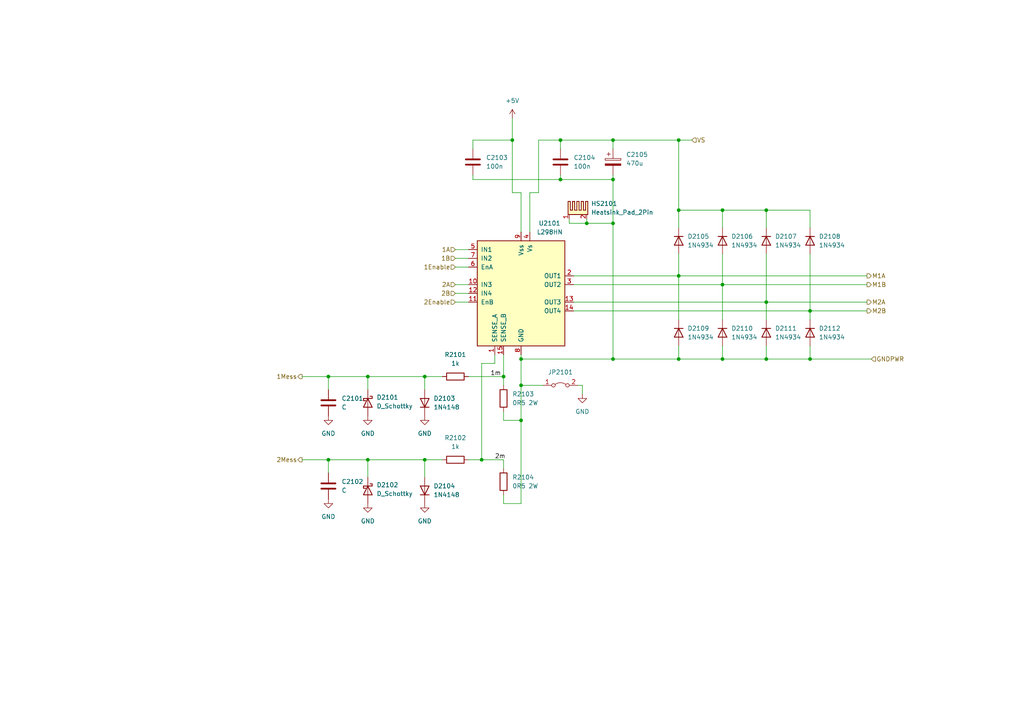
<source format=kicad_sch>
(kicad_sch (version 20211123) (generator eeschema)
  (paper "A4")
  (title_block (date "2022-03-14") (company "makerspace Bocholt"))
  (lib_symbols
    (symbol "Device:C" (pin_numbers hide) (pin_names (offset 0.254))
      (property "Reference" "C" (at 0.635 2.54 0))
      (property "Value" "C" (at 0.635 -2.54 0))
      (symbol "C_0_1"
        (polyline (pts (xy -2.032 -0.762) (xy 2.032 -0.762)) (stroke (width 0.508)))
        (polyline (pts (xy -2.032 0.762) (xy 2.032 0.762)) (stroke (width 0.508)))
      )
      (symbol "C_1_1"
        (pin passive line (at 0 3.81 270) (length 2.794) (name "~") (number "1"))
        (pin passive line (at 0 -3.81 90) (length 2.794) (name "~") (number "2"))
      )
    )
    (symbol "Device:C_Polarized" (pin_numbers hide) (pin_names (offset 0.254))
      (property "Reference" "C" (at 0.635 2.54 0))
      (property "Value" "C_Polarized" (at 0.635 -2.54 0))
      (symbol "C_Polarized_0_1"
        (rectangle (start -2.286 0.508) (end 2.286 1.016))
        (polyline (pts (xy -1.778 2.286) (xy -0.762 2.286)))
        (polyline (pts (xy -1.27 2.794) (xy -1.27 1.778)))
        (rectangle (start 2.286 -0.508) (end -2.286 -1.016) (fill (type outline)))
      )
      (symbol "C_Polarized_1_1"
        (pin passive line (at 0 3.81 270) (length 2.794) (name "~") (number "1"))
        (pin passive line (at 0 -3.81 90) (length 2.794) (name "~") (number "2"))
      )
    )
    (symbol "Device:D_Schottky" (pin_numbers hide) (pin_names (offset 1.016) hide)
      (property "Reference" "D" (at 0 2.54 0))
      (property "Value" "D_Schottky" (at 0 -2.54 0))
      (symbol "D_Schottky_0_1"
        (polyline (pts (xy 1.27 0) (xy -1.27 0)))
        (polyline (pts (xy 1.27 1.27) (xy 1.27 -1.27) (xy -1.27 0) (xy 1.27 1.27)) (stroke (width 0.254)))
        (polyline (pts (xy -1.905 0.635) (xy -1.905 1.27) (xy -1.27 1.27) (xy -1.27 -1.27) (xy -0.635 -1.27) (xy -0.635 -0.635)) (stroke (width 0.254)))
      )
      (symbol "D_Schottky_1_1"
        (pin passive line (at -3.81 0 0) (length 2.54) (name "K") (number "1"))
        (pin passive line (at 3.81 0 180) (length 2.54) (name "A") (number "2"))
      )
    )
    (symbol "Device:R" (pin_numbers hide) (pin_names (offset 0))
      (property "Reference" "R" (at 2.032 0 90))
      (property "Value" "R" (at 0 0 90))
      (symbol "R_0_1"
        (rectangle (start -1.016 -2.54) (end 1.016 2.54) (stroke (width 0.254)))
      )
      (symbol "R_1_1"
        (pin passive line (at 0 3.81 270) (length 1.27) (name "~") (number "1"))
        (pin passive line (at 0 -3.81 90) (length 1.27) (name "~") (number "2"))
      )
    )
    (symbol "Diode:1N4002" (pin_numbers hide) (pin_names (offset 1.016) hide)
      (property "Reference" "D" (at 0 2.54 0))
      (property "Value" "1N4002" (at 0 -2.54 0))
      (symbol "1N4002_0_1"
        (polyline (pts (xy -1.27 1.27) (xy -1.27 -1.27)) (stroke (width 0.254)))
        (polyline (pts (xy 1.27 0) (xy -1.27 0)))
        (polyline (pts (xy 1.27 1.27) (xy 1.27 -1.27) (xy -1.27 0) (xy 1.27 1.27)) (stroke (width 0.254)))
      )
      (symbol "1N4002_1_1"
        (pin passive line (at -3.81 0 0) (length 2.54) (name "K") (number "1"))
        (pin passive line (at 3.81 0 180) (length 2.54) (name "A") (number "2"))
      )
    )
    (symbol "Diode:1N4148" (pin_numbers hide) (pin_names (offset 1.016) hide)
      (property "Reference" "D" (at 0 2.54 0))
      (property "Value" "1N4148" (at 0 -2.54 0))
      (symbol "1N4148_0_1"
        (polyline (pts (xy -1.27 1.27) (xy -1.27 -1.27)) (stroke (width 0.254)))
        (polyline (pts (xy 1.27 0) (xy -1.27 0)))
        (polyline (pts (xy 1.27 1.27) (xy 1.27 -1.27) (xy -1.27 0) (xy 1.27 1.27)) (stroke (width 0.254)))
      )
      (symbol "1N4148_1_1"
        (pin passive line (at -3.81 0 0) (length 2.54) (name "K") (number "1"))
        (pin passive line (at 3.81 0 180) (length 2.54) (name "A") (number "2"))
      )
    )
    (symbol "Driver_Motor:L298HN" (pin_names (offset 1.016))
      (property "Reference" "U" (at -10.16 16.51 0))
      (property "Value" "L298HN" (at 12.7 16.51 0))
      (symbol "L298HN_0_1"
        (rectangle (start -12.7 15.24) (end 12.7 -15.24) (stroke (width 0.254)) (fill (type background)))
      )
      (symbol "L298HN_1_1"
        (pin power_in line (at -7.62 -17.78 90) (length 2.54) (name "SENSE_A") (number "1"))
        (pin input line (at -15.24 2.54 0) (length 2.54) (name "IN3") (number "10"))
        (pin input line (at -15.24 -2.54 0) (length 2.54) (name "EnB") (number "11"))
        (pin input line (at -15.24 0 0) (length 2.54) (name "IN4") (number "12"))
        (pin output line (at 15.24 -2.54 180) (length 2.54) (name "OUT3") (number "13"))
        (pin output line (at 15.24 -5.08 180) (length 2.54) (name "OUT4") (number "14"))
        (pin power_in line (at -5.08 -17.78 90) (length 2.54) (name "SENSE_B") (number "15"))
        (pin output line (at 15.24 5.08 180) (length 2.54) (name "OUT1") (number "2"))
        (pin output line (at 15.24 2.54 180) (length 2.54) (name "OUT2") (number "3"))
        (pin power_in line (at 2.54 17.78 270) (length 2.54) (name "Vs") (number "4"))
        (pin input line (at -15.24 12.7 0) (length 2.54) (name "IN1") (number "5"))
        (pin input line (at -15.24 7.62 0) (length 2.54) (name "EnA") (number "6"))
        (pin input line (at -15.24 10.16 0) (length 2.54) (name "IN2") (number "7"))
        (pin power_in line (at 0 -17.78 90) (length 2.54) (name "GND") (number "8"))
        (pin power_in line (at 0 17.78 270) (length 2.54) (name "Vss") (number "9"))
      )
    )
    (symbol "Jumper:Jumper_2_Bridged" (pin_names (offset 0) hide)
      (property "Reference" "JP" (at 0 1.905 0))
      (property "Value" "Jumper_2_Bridged" (at 0 -2.54 0))
      (symbol "Jumper_2_Bridged_0_0"
        (circle (center -2.032 0) (radius 0.508))
        (circle (center 2.032 0) (radius 0.508))
      )
      (symbol "Jumper_2_Bridged_0_1"
        (arc (start 1.524 0.254) (mid 0 0.762) (end -1.524 0.254))
      )
      (symbol "Jumper_2_Bridged_1_1"
        (pin passive line (at -5.08 0 0) (length 2.54) (name "A") (number "1"))
        (pin passive line (at 5.08 0 180) (length 2.54) (name "B") (number "2"))
      )
    )
    (symbol "Mechanical:Heatsink_Pad_2Pin" (pin_names (offset 0))
      (property "Reference" "HS" (at 0 5.715 0))
      (property "Value" "Heatsink_Pad_2Pin" (at 0 3.81 0))
      (symbol "Heatsink_Pad_2Pin_0_1"
        (polyline (pts (xy -0.3302 0) (xy -0.9652 0) (xy -0.9652 2.54) (xy -1.6002 2.54) (xy -1.6002 0) (xy -2.2352 0) (xy -2.2352 2.54) (xy -2.8702 2.54) (xy -2.8702 -1.27) (xy -0.9652 -1.27)) (stroke (width 0.254)) (fill (type background)))
        (polyline (pts (xy -0.3302 0) (xy -0.3302 2.54) (xy 0.3048 2.54) (xy 0.3048 0) (xy 0.9398 0) (xy 0.9398 2.54) (xy 1.5748 2.54) (xy 1.5748 0) (xy 2.2098 0) (xy 2.2098 2.54) (xy 2.8448 2.54) (xy 2.8448 -1.27) (xy -0.9652 -1.27)) (stroke (width 0.254)) (fill (type background)))
      )
      (symbol "Heatsink_Pad_2Pin_1_1"
        (pin passive line (at -2.54 -2.54 90) (length 1.27) (name "~") (number "1"))
        (pin passive line (at 2.54 -2.54 90) (length 1.27) (name "~") (number "2"))
      )
    )
    (symbol "power:+5V" (power) (pin_names (offset 0))
      (property "Value" "+5V" (at 0 3.556 0))
      (symbol "+5V_0_1"
        (polyline (pts (xy -0.762 1.27) (xy 0 2.54)))
        (polyline (pts (xy 0 0) (xy 0 2.54)))
        (polyline (pts (xy 0 2.54) (xy 0.762 1.27)))
      )
      (symbol "+5V_1_1"
        (pin power_in line (at 0 0 90) (length 0) hide (name "+5V") (number "1"))
      )
    )
    (symbol "power:GND" (power) (pin_names (offset 0))
      (property "Value" "GND" (at 0 -3.81 0))
      (symbol "GND_0_1"
        (polyline (pts (xy 0 0) (xy 0 -1.27) (xy 1.27 -1.27) (xy 0 -2.54) (xy -1.27 -1.27) (xy 0 -1.27)))
      )
      (symbol "GND_1_1"
        (pin power_in line (at 0 0 270) (length 0) hide (name "GND") (number "1"))
      )
    )
  )
  (junction (at 177.8 64.77))
  (junction (at 170.18 64.77))
  (junction (at 177.8 104.14))
  (junction (at 196.85 40.64))
  (junction (at 209.55 104.14))
  (junction (at 177.8 52.07))
  (junction (at 209.55 60.96))
  (junction (at 234.95 104.14))
  (junction (at 95.25 133.35))
  (junction (at 106.68 133.35))
  (junction (at 95.25 109.22))
  (junction (at 196.85 60.96))
  (junction (at 139.7 133.35))
  (junction (at 222.25 60.96))
  (junction (at 123.19 133.35))
  (junction (at 162.56 40.64))
  (junction (at 177.8 40.64))
  (junction (at 106.68 109.22))
  (junction (at 151.13 111.76))
  (junction (at 151.13 121.92))
  (junction (at 162.56 52.07))
  (junction (at 209.55 82.55))
  (junction (at 222.25 87.63))
  (junction (at 234.95 90.17))
  (junction (at 196.85 80.01))
  (junction (at 148.59 40.64))
  (junction (at 222.25 104.14))
  (junction (at 196.85 104.14))
  (junction (at 146.05 109.22))
  (junction (at 123.19 109.22))
  (junction (at 151.13 104.14))
  (wire (pts (xy 156.21 40.64) (xy 162.56 40.64)))
  (wire (pts (xy 106.68 133.35) (xy 106.68 138.43)))
  (wire (pts (xy 123.19 109.22) (xy 123.19 113.03)))
  (wire (pts (xy 222.25 100.33) (xy 222.25 104.14)))
  (wire (pts (xy 234.95 92.71) (xy 234.95 90.17)))
  (wire (pts (xy 177.8 43.18) (xy 177.8 40.64)))
  (wire (pts (xy 132.08 87.63) (xy 135.89 87.63)))
  (wire (pts (xy 151.13 104.14) (xy 177.8 104.14)))
  (wire (pts (xy 123.19 133.35) (xy 123.19 138.43)))
  (wire (pts (xy 170.18 63.5) (xy 170.18 64.77)))
  (wire (pts (xy 209.55 100.33) (xy 209.55 104.14)))
  (wire (pts (xy 222.25 73.66) (xy 222.25 87.63)))
  (wire (pts (xy 132.08 72.39) (xy 135.89 72.39)))
  (wire (pts (xy 139.7 133.35) (xy 146.05 133.35)))
  (wire (pts (xy 146.05 121.92) (xy 151.13 121.92)))
  (wire (pts (xy 209.55 104.14) (xy 222.25 104.14)))
  (wire (pts (xy 234.95 66.04) (xy 234.95 60.96)))
  (wire (pts (xy 166.37 82.55) (xy 209.55 82.55)))
  (wire (pts (xy 146.05 135.89) (xy 146.05 133.35)))
  (wire (pts (xy 166.37 87.63) (xy 222.25 87.63)))
  (wire (pts (xy 156.21 55.88) (xy 156.21 40.64)))
  (wire (pts (xy 146.05 109.22) (xy 146.05 111.76)))
  (wire (pts (xy 146.05 102.87) (xy 146.05 109.22)))
  (wire (pts (xy 222.25 87.63) (xy 251.46 87.63)))
  (wire (pts (xy 151.13 104.14) (xy 151.13 111.76)))
  (wire (pts (xy 137.16 52.07) (xy 137.16 50.8)))
  (wire (pts (xy 162.56 52.07) (xy 177.8 52.07)))
  (wire (pts (xy 165.1 63.5) (xy 165.1 64.77)))
  (wire (pts (xy 234.95 90.17) (xy 234.95 73.66)))
  (wire (pts (xy 151.13 102.87) (xy 151.13 104.14)))
  (wire (pts (xy 132.08 77.47) (xy 135.89 77.47)))
  (wire (pts (xy 123.19 133.35) (xy 106.68 133.35)))
  (wire (pts (xy 132.08 74.93) (xy 135.89 74.93)))
  (wire (pts (xy 222.25 60.96) (xy 222.25 66.04)))
  (wire (pts (xy 87.63 133.35) (xy 95.25 133.35)))
  (wire (pts (xy 196.85 104.14) (xy 209.55 104.14)))
  (wire (pts (xy 209.55 82.55) (xy 251.46 82.55)))
  (wire (pts (xy 135.89 109.22) (xy 146.05 109.22)))
  (wire (pts (xy 166.37 80.01) (xy 196.85 80.01)))
  (wire (pts (xy 234.95 104.14) (xy 234.95 100.33)))
  (wire (pts (xy 151.13 146.05) (xy 146.05 146.05)))
  (wire (pts (xy 95.25 109.22) (xy 106.68 109.22)))
  (wire (pts (xy 139.7 105.41) (xy 143.51 105.41)))
  (wire (pts (xy 148.59 34.29) (xy 148.59 40.64)))
  (wire (pts (xy 162.56 40.64) (xy 162.56 43.18)))
  (wire (pts (xy 166.37 90.17) (xy 234.95 90.17)))
  (wire (pts (xy 151.13 55.88) (xy 151.13 67.31)))
  (wire (pts (xy 196.85 60.96) (xy 209.55 60.96)))
  (wire (pts (xy 170.18 64.77) (xy 177.8 64.77)))
  (wire (pts (xy 222.25 104.14) (xy 234.95 104.14)))
  (wire (pts (xy 95.25 109.22) (xy 95.25 113.03)))
  (wire (pts (xy 222.25 60.96) (xy 234.95 60.96)))
  (wire (pts (xy 132.08 85.09) (xy 135.89 85.09)))
  (wire (pts (xy 196.85 73.66) (xy 196.85 80.01)))
  (wire (pts (xy 209.55 60.96) (xy 222.25 60.96)))
  (wire (pts (xy 153.67 55.88) (xy 156.21 55.88)))
  (wire (pts (xy 222.25 87.63) (xy 222.25 92.71)))
  (wire (pts (xy 139.7 105.41) (xy 139.7 133.35)))
  (wire (pts (xy 209.55 60.96) (xy 209.55 66.04)))
  (wire (pts (xy 148.59 55.88) (xy 151.13 55.88)))
  (wire (pts (xy 146.05 119.38) (xy 146.05 121.92)))
  (wire (pts (xy 196.85 80.01) (xy 251.46 80.01)))
  (wire (pts (xy 132.08 82.55) (xy 135.89 82.55)))
  (wire (pts (xy 196.85 40.64) (xy 200.66 40.64)))
  (wire (pts (xy 168.91 114.3) (xy 168.91 111.76)))
  (wire (pts (xy 177.8 50.8) (xy 177.8 52.07)))
  (wire (pts (xy 153.67 67.31) (xy 153.67 55.88)))
  (wire (pts (xy 162.56 40.64) (xy 177.8 40.64)))
  (wire (pts (xy 128.27 133.35) (xy 123.19 133.35)))
  (wire (pts (xy 162.56 52.07) (xy 137.16 52.07)))
  (wire (pts (xy 196.85 100.33) (xy 196.85 104.14)))
  (wire (pts (xy 168.91 111.76) (xy 167.64 111.76)))
  (wire (pts (xy 151.13 121.92) (xy 151.13 146.05)))
  (wire (pts (xy 123.19 109.22) (xy 128.27 109.22)))
  (wire (pts (xy 151.13 111.76) (xy 151.13 121.92)))
  (wire (pts (xy 234.95 90.17) (xy 251.46 90.17)))
  (wire (pts (xy 165.1 64.77) (xy 170.18 64.77)))
  (wire (pts (xy 209.55 82.55) (xy 209.55 92.71)))
  (wire (pts (xy 177.8 64.77) (xy 177.8 104.14)))
  (wire (pts (xy 177.8 52.07) (xy 177.8 64.77)))
  (wire (pts (xy 196.85 40.64) (xy 196.85 60.96)))
  (wire (pts (xy 137.16 40.64) (xy 148.59 40.64)))
  (wire (pts (xy 177.8 40.64) (xy 196.85 40.64)))
  (wire (pts (xy 151.13 111.76) (xy 157.48 111.76)))
  (wire (pts (xy 95.25 133.35) (xy 106.68 133.35)))
  (wire (pts (xy 162.56 50.8) (xy 162.56 52.07)))
  (wire (pts (xy 148.59 40.64) (xy 148.59 55.88)))
  (wire (pts (xy 209.55 73.66) (xy 209.55 82.55)))
  (wire (pts (xy 95.25 133.35) (xy 95.25 137.16)))
  (wire (pts (xy 196.85 60.96) (xy 196.85 66.04)))
  (wire (pts (xy 146.05 146.05) (xy 146.05 143.51)))
  (wire (pts (xy 135.89 133.35) (xy 139.7 133.35)))
  (wire (pts (xy 87.63 109.22) (xy 95.25 109.22)))
  (wire (pts (xy 196.85 80.01) (xy 196.85 92.71)))
  (wire (pts (xy 234.95 104.14) (xy 252.73 104.14)))
  (wire (pts (xy 137.16 43.18) (xy 137.16 40.64)))
  (wire (pts (xy 177.8 104.14) (xy 196.85 104.14)))
  (wire (pts (xy 106.68 113.03) (xy 106.68 109.22)))
  (wire (pts (xy 143.51 105.41) (xy 143.51 102.87)))
  (wire (pts (xy 106.68 109.22) (xy 123.19 109.22)))
  (label "2m" (at 143.51 133.35 0))
  (label "1m" (at 142.24 109.22 0))
  (hierarchical_label "M1A" (shape output) (at 251.46 80.01 0))
  (hierarchical_label "2A" (shape input) (at 132.08 82.55 180))
  (hierarchical_label "1Enable" (shape input) (at 132.08 77.47 180))
  (hierarchical_label "2Mess" (shape output) (at 87.63 133.35 180))
  (hierarchical_label "1B" (shape input) (at 132.08 74.93 180))
  (hierarchical_label "1Mess" (shape output) (at 87.63 109.22 180))
  (hierarchical_label "M1B" (shape output) (at 251.46 82.55 0))
  (hierarchical_label "VS" (shape input) (at 200.66 40.64 0))
  (hierarchical_label "2Enable" (shape input) (at 132.08 87.63 180))
  (hierarchical_label "M2A" (shape output) (at 251.46 87.63 0))
  (hierarchical_label "1A" (shape input) (at 132.08 72.39 180))
  (hierarchical_label "M2B" (shape output) (at 251.46 90.17 0))
  (hierarchical_label "GNDPWR" (shape input) (at 252.73 104.14 0))
  (hierarchical_label "2B" (shape input) (at 132.08 85.09 180))
  (symbol (lib_id "Diode:1N4002") (at 222.25 96.52 270) (unit 1)
    (property "Reference" "D2111" (at 224.79 95.2499 90) (effects (justify left)))
    (property "Value" "1N4934" (at 224.79 97.7899 90) (effects (justify left)))
    (property "Footprint" "Diode_THT:D_DO-41_SOD81_P10.16mm_Horizontal" (effects hide))
    (property "Datasheet" "http://www.vishay.com/docs/88503/1n4001.pdf" (effects hide))
  )
  (symbol (lib_id "Jumper:Jumper_2_Bridged") (at 162.56 111.76 0) (unit 1)
    (property "Reference" "JP2101" (at 162.56 107.95 0))
    (property "Value" "Jumper_2_Bridged" (effects hide))
    (property "Footprint" "Jumper:SolderJumper-2_P1.3mm_Bridged2Bar_Pad1.0x1.5mm" (effects hide))
  )
  (symbol (lib_id "Diode:1N4002") (at 222.25 69.85 270) (unit 1)
    (property "Reference" "D2107" (at 224.79 68.5799 90) (effects (justify left)))
    (property "Value" "1N4934" (at 224.79 71.1199 90) (effects (justify left)))
    (property "Footprint" "Diode_THT:D_DO-41_SOD81_P12.70mm_Horizontal" (effects hide))
    (property "Datasheet" "http://www.vishay.com/docs/88503/1n4001.pdf" (effects hide))
  )
  (symbol (lib_id "Device:R") (at 132.08 109.22 90) (unit 1)
    (property "Reference" "R2101" (at 132.08 102.87 90))
    (property "Value" "1k" (at 132.08 105.41 90))
  )
  (symbol (lib_id "Device:C") (at 162.56 46.99 0) (unit 1)
    (property "Reference" "C2104" (at 166.37 45.7199 0) (effects (justify left)))
    (property "Value" "100n" (at 166.37 48.2599 0) (effects (justify left)))
    (property "Footprint" "Capacitor_THT:C_Disc_D6.0mm_W2.5mm_P5.00mm" (effects hide))
  )
  (symbol (lib_id "Diode:1N4148") (at 123.19 116.84 90) (unit 1)
    (property "Reference" "D2103" (at 125.73 115.5699 90) (effects (justify right)))
    (property "Value" "1N4148" (at 125.73 118.1099 90) (effects (justify right)))
    (property "Footprint" "Diode_THT:D_DO-35_SOD27_P7.62mm_Horizontal" (effects hide))
    (property "Datasheet" "https://assets.nexperia.com/documents/data-sheet/1N4148_1N4448.pdf" (effects hide))
  )
  (symbol (lib_id "Diode:1N4002") (at 209.55 69.85 270) (unit 1)
    (property "Reference" "D2106" (at 212.09 68.5799 90) (effects (justify left)))
    (property "Value" "1N4934" (at 212.09 71.1199 90) (effects (justify left)))
    (property "Footprint" "Diode_THT:D_DO-41_SOD81_P10.16mm_Horizontal" (effects hide))
    (property "Datasheet" "http://www.vishay.com/docs/88503/1n4001.pdf" (effects hide))
  )
  (symbol (lib_id "Diode:1N4002") (at 196.85 96.52 270) (unit 1)
    (property "Reference" "D2109" (at 199.39 95.2499 90) (effects (justify left)))
    (property "Value" "1N4934" (at 199.39 97.7899 90) (effects (justify left)))
    (property "Footprint" "Diode_THT:D_DO-41_SOD81_P10.16mm_Horizontal" (effects hide))
    (property "Datasheet" "http://www.vishay.com/docs/88503/1n4001.pdf" (effects hide))
  )
  (symbol (lib_id "Device:D_Schottky") (at 106.68 142.24 270) (unit 1)
    (property "Reference" "D2102" (at 109.22 140.6524 90) (effects (justify left)))
    (property "Value" "D_Schottky" (at 109.22 143.1924 90) (effects (justify left)))
  )
  (symbol (lib_id "Device:R") (at 146.05 139.7 0) (unit 1)
    (property "Reference" "R2104" (at 148.59 138.4299 0) (effects (justify left)))
    (property "Value" "0R5 2W" (at 148.59 140.9699 0) (effects (justify left)))
    (property "Footprint" "Resistor_THT:R_Axial_DIN0516_L15.5mm_D5.0mm_P7.62mm_Vertical" (effects hide))
  )
  (symbol (lib_id "Device:C") (at 95.25 140.97 0) (unit 1)
    (property "Reference" "C2102" (at 99.06 139.6999 0) (effects (justify left)))
    (property "Value" "C" (at 99.06 142.2399 0) (effects (justify left)))
    (property "Footprint" "Capacitor_THT:C_Disc_D6.0mm_W2.5mm_P5.00mm" (effects hide))
  )
  (symbol (lib_id "Diode:1N4002") (at 234.95 96.52 270) (unit 1)
    (property "Reference" "D2112" (at 237.49 95.2499 90) (effects (justify left)))
    (property "Value" "1N4934" (at 237.49 97.7899 90) (effects (justify left)))
    (property "Footprint" "Diode_THT:D_DO-41_SOD81_P10.16mm_Horizontal" (effects hide))
    (property "Datasheet" "http://www.vishay.com/docs/88503/1n4001.pdf" (effects hide))
  )
  (symbol (lib_id "power:GND") (at 168.91 114.3 0) (unit 1)
    (property "Reference" "#PWR02113" (effects hide))
    (property "Value" "GND" (at 168.91 119.38 0))
  )
  (symbol (lib_id "Diode:1N4002") (at 196.85 69.85 270) (unit 1)
    (property "Reference" "D2105" (at 199.39 68.5799 90) (effects (justify left)))
    (property "Value" "1N4934" (at 199.39 71.1199 90) (effects (justify left)))
    (property "Footprint" "Diode_THT:D_DO-41_SOD81_P10.16mm_Horizontal" (effects hide))
    (property "Datasheet" "http://www.vishay.com/docs/88503/1n4001.pdf" (effects hide))
  )
  (symbol (lib_id "Device:R") (at 146.05 115.57 0) (unit 1)
    (property "Reference" "R2103" (at 148.59 114.2999 0) (effects (justify left)))
    (property "Value" "0R5 2W" (at 148.59 116.8399 0) (effects (justify left)))
    (property "Footprint" "Resistor_THT:R_Axial_DIN0516_L15.5mm_D5.0mm_P7.62mm_Vertical" (effects hide))
  )
  (symbol (lib_id "power:GND") (at 106.68 120.65 0) (unit 1)
    (property "Reference" "#PWR02103" (effects hide))
    (property "Value" "GND" (at 106.68 125.73 0))
  )
  (symbol (lib_id "power:GND") (at 95.25 144.78 0) (unit 1)
    (property "Reference" "#PWR02102" (effects hide))
    (property "Value" "GND" (at 95.25 149.86 0))
  )
  (symbol (lib_id "power:GND") (at 95.25 120.65 0) (unit 1)
    (property "Reference" "#PWR02101" (effects hide))
    (property "Value" "GND" (at 95.25 125.73 0))
  )
  (symbol (lib_id "Driver_Motor:L298HN") (at 151.13 85.09 0) (unit 1)
    (property "Reference" "U2101" (at 156.21 64.77 0) (effects (justify left)))
    (property "Value" "L298HN" (at 155.6894 67.31 0) (effects (justify left)))
    (property "Footprint" "Package_TO_SOT_THT:TO-220-15_P2.54x2.54mm_StaggerOdd_Lead4.58mm_Vertical" (effects hide))
    (property "Datasheet" "http://www.st.com/st-web-ui/static/active/en/resource/technical/document/datasheet/CD00000240.pdf" (effects hide))
  )
  (symbol (lib_id "Diode:1N4148") (at 123.19 142.24 90) (unit 1)
    (property "Reference" "D2104" (at 125.73 140.9699 90) (effects (justify right)))
    (property "Value" "1N4148" (at 125.73 143.5099 90) (effects (justify right)))
    (property "Footprint" "Diode_THT:D_DO-35_SOD27_P7.62mm_Horizontal" (effects hide))
    (property "Datasheet" "https://assets.nexperia.com/documents/data-sheet/1N4148_1N4448.pdf" (effects hide))
  )
  (symbol (lib_id "Diode:1N4002") (at 209.55 96.52 270) (unit 1)
    (property "Reference" "D2110" (at 212.09 95.2499 90) (effects (justify left)))
    (property "Value" "1N4934" (at 212.09 97.7899 90) (effects (justify left)))
    (property "Footprint" "Diode_THT:D_DO-41_SOD81_P12.70mm_Horizontal" (effects hide))
    (property "Datasheet" "http://www.vishay.com/docs/88503/1n4001.pdf" (effects hide))
  )
  (symbol (lib_id "power:GND") (at 106.68 146.05 0) (unit 1)
    (property "Reference" "#PWR02104" (effects hide))
    (property "Value" "GND" (at 106.68 151.13 0))
  )
  (symbol (lib_id "Mechanical:Heatsink_Pad_2Pin") (at 167.64 60.96 0) (unit 1)
    (property "Reference" "HS2101" (at 171.45 59.0549 0) (effects (justify left)))
    (property "Value" "Heatsink_Pad_2Pin" (at 171.45 61.5949 0) (effects (justify left)))
    (property "Footprint" "Heatsink:Heatsink_Stonecold_HS-132_32x14mm_2xFixation1.5mm" (effects hide))
  )
  (symbol (lib_id "power:GND") (at 123.19 146.05 0) (unit 1)
    (property "Reference" "#PWR02106" (effects hide))
    (property "Value" "GND" (at 123.19 151.13 0))
  )
  (symbol (lib_id "Device:D_Schottky") (at 106.68 116.84 270) (unit 1)
    (property "Reference" "D2101" (at 109.22 115.2524 90) (effects (justify left)))
    (property "Value" "D_Schottky" (at 109.22 117.7924 90) (effects (justify left)))
  )
  (symbol (lib_id "power:GND") (at 123.19 120.65 0) (unit 1)
    (property "Reference" "#PWR02105" (effects hide))
    (property "Value" "GND" (at 123.19 125.73 0))
  )
  (symbol (lib_id "Device:C") (at 95.25 116.84 0) (unit 1)
    (property "Reference" "C2101" (at 99.06 115.5699 0) (effects (justify left)))
    (property "Value" "C" (at 99.06 118.1099 0) (effects (justify left)))
    (property "Footprint" "Capacitor_THT:C_Disc_D6.0mm_W2.5mm_P5.00mm" (effects hide))
  )
  (symbol (lib_id "Device:C_Polarized") (at 177.8 46.99 0) (unit 1)
    (property "Reference" "C2105" (at 181.61 44.8309 0) (effects (justify left)))
    (property "Value" "470u" (at 181.61 47.3709 0) (effects (justify left)))
  )
  (symbol (lib_id "Device:R") (at 132.08 133.35 90) (unit 1)
    (property "Reference" "R2102" (at 132.08 127 90))
    (property "Value" "1k" (at 132.08 129.54 90))
  )
  (symbol (lib_id "power:+5V") (at 148.59 34.29 0) (unit 1)
    (property "Reference" "#PWR02110" (effects hide))
    (property "Value" "+5V" (at 148.59 29.21 0))
  )
  (symbol (lib_id "Device:C") (at 137.16 46.99 0) (unit 1)
    (property "Reference" "C2103" (at 140.97 45.7199 0) (effects (justify left)))
    (property "Value" "100n" (at 140.97 48.2599 0) (effects (justify left)))
    (property "Footprint" "Capacitor_THT:C_Disc_D6.0mm_W2.5mm_P5.00mm" (effects hide))
  )
  (symbol (lib_id "Diode:1N4002") (at 234.95 69.85 270) (unit 1)
    (property "Reference" "D2108" (at 237.49 68.5799 90) (effects (justify left)))
    (property "Value" "1N4934" (at 237.49 71.1199 90) (effects (justify left)))
    (property "Footprint" "Diode_THT:D_DO-41_SOD81_P10.16mm_Horizontal" (effects hide))
    (property "Datasheet" "http://www.vishay.com/docs/88503/1n4001.pdf" (effects hide))
  )
)
</source>
